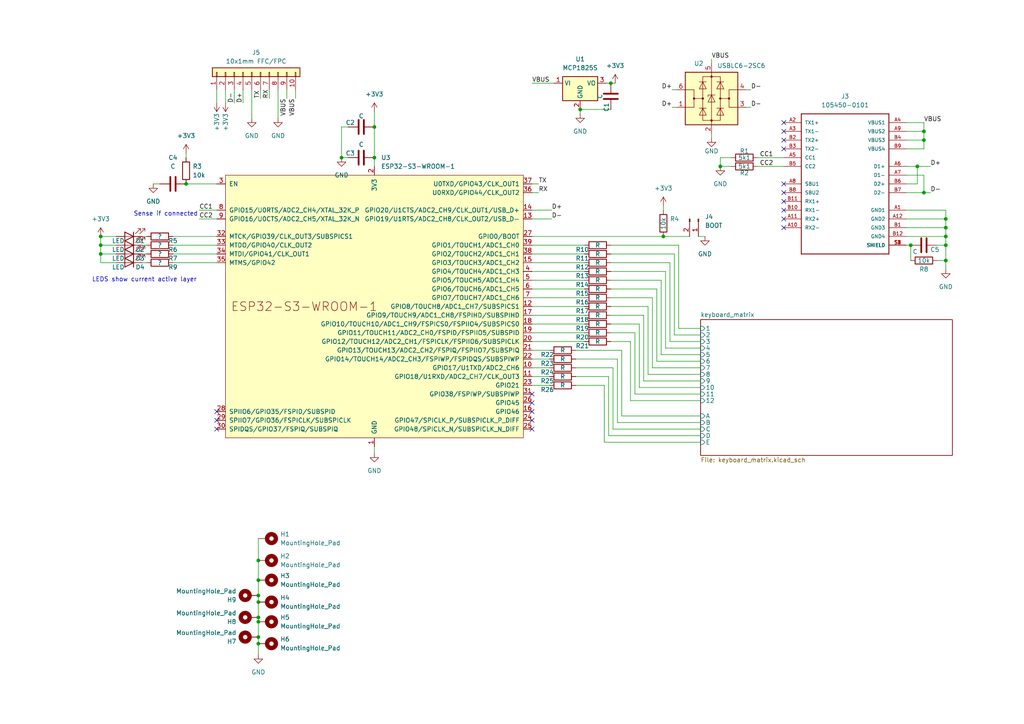
<source format=kicad_sch>
(kicad_sch (version 20230121) (generator eeschema)
  (paper "A4")
  (title_block (title "00Keyboard") (date "2023-07-04") (rev "0.1") (company "MAYER MAKES e.U.") (comment 1 "Author. Clem Mayer") (comment 2 "element14presents 2023") (comment 3 "CC-BY-SA 2023"))
  (lib_symbols
    (symbol "105450-0101:105450-0101" (pin_names (offset 1.016))
      (property "Reference" "J" (at -12.7254 20.8534 0))
      (property "Value" "105450-0101" (at -12.7254 -22.9108 0))
      (symbol "105450-0101_0_0"
        (polyline (pts (xy -12.7 -20.32) (xy -12.7 20.32)) (stroke (width 0.254)))
        (polyline (pts (xy -12.7 20.32) (xy 12.7 20.32)) (stroke (width 0.254)))
        (polyline (pts (xy 12.7 -20.32) (xy -12.7 -20.32)) (stroke (width 0.254)))
        (polyline (pts (xy 12.7 20.32) (xy 12.7 -20.32)) (stroke (width 0.254)))
        (pin passive line (at 17.78 -7.62 180) (length 5.08) (name "GND1") (number "A1"))
        (pin passive line (at -17.78 -12.7 0) (length 5.08) (name "RX2-") (number "A10"))
        (pin passive line (at -17.78 -10.16 0) (length 5.08) (name "RX2+") (number "A11"))
        (pin passive line (at 17.78 -10.16 180) (length 5.08) (name "GND2") (number "A12"))
        (pin passive line (at -17.78 17.78 0) (length 5.08) (name "TX1+") (number "A2"))
        (pin passive line (at -17.78 15.24 0) (length 5.08) (name "TX1-") (number "A3"))
        (pin passive line (at 17.78 17.78 180) (length 5.08) (name "VBUS1") (number "A4"))
        (pin passive line (at -17.78 7.62 0) (length 5.08) (name "CC1") (number "A5"))
        (pin passive line (at 17.78 5.08 180) (length 5.08) (name "D1+") (number "A6"))
        (pin passive line (at 17.78 2.54 180) (length 5.08) (name "D1-") (number "A7"))
        (pin passive line (at -17.78 0 0) (length 5.08) (name "SBU1") (number "A8"))
        (pin passive line (at 17.78 15.24 180) (length 5.08) (name "VBUS2") (number "A9"))
        (pin passive line (at 17.78 -12.7 180) (length 5.08) (name "GND3") (number "B1"))
        (pin passive line (at -17.78 -7.62 0) (length 5.08) (name "RX1-") (number "B10"))
        (pin passive line (at -17.78 -5.08 0) (length 5.08) (name "RX1+") (number "B11"))
        (pin passive line (at 17.78 -15.24 180) (length 5.08) (name "GND4") (number "B12"))
        (pin passive line (at -17.78 12.7 0) (length 5.08) (name "TX2+") (number "B2"))
        (pin passive line (at -17.78 10.16 0) (length 5.08) (name "TX2-") (number "B3"))
        (pin passive line (at 17.78 12.7 180) (length 5.08) (name "VBUS3") (number "B4"))
        (pin passive line (at -17.78 5.08 0) (length 5.08) (name "CC2") (number "B5"))
        (pin passive line (at 17.78 0 180) (length 5.08) (name "D2+") (number "B6"))
        (pin passive line (at 17.78 -2.54 180) (length 5.08) (name "D2-") (number "B7"))
        (pin passive line (at -17.78 -2.54 0) (length 5.08) (name "SBU2") (number "B8"))
        (pin passive line (at 17.78 10.16 180) (length 5.08) (name "VBUS4") (number "B9"))
        (pin passive line (at 17.78 -17.78 180) (length 5.08) (name "SHIELD") (number "S1"))
        (pin passive line (at 17.78 -17.78 180) (length 5.08) (name "SHIELD") (number "S2"))
        (pin passive line (at 17.78 -17.78 180) (length 5.08) (name "SHIELD") (number "S3"))
        (pin passive line (at 17.78 -17.78 180) (length 5.08) (name "SHIELD") (number "S4"))
      )
    )
    (symbol "Connector:Conn_01x02_Pin" (pin_names (offset 1.016) hide)
      (property "Reference" "J" (at 0 2.54 0))
      (property "Value" "Conn_01x02_Pin" (at 0 -5.08 0))
      (symbol "Conn_01x02_Pin_1_1"
        (polyline (pts (xy 1.27 -2.54) (xy 0.8636 -2.54)) (stroke (width 0.1524)))
        (polyline (pts (xy 1.27 0) (xy 0.8636 0)) (stroke (width 0.1524)))
        (rectangle (start 0.8636 -2.413) (end 0 -2.667) (stroke (width 0.1524)) (fill (type outline)))
        (rectangle (start 0.8636 0.127) (end 0 -0.127) (stroke (width 0.1524)) (fill (type outline)))
        (pin passive line (at 5.08 0 180) (length 3.81) (name "Pin_1") (number "1"))
        (pin passive line (at 5.08 -2.54 180) (length 3.81) (name "Pin_2") (number "2"))
      )
    )
    (symbol "Connector_Generic:Conn_01x10" (pin_names (offset 1.016) hide)
      (property "Reference" "J" (at 0 12.7 0))
      (property "Value" "Conn_01x10" (at 0 -15.24 0))
      (symbol "Conn_01x10_1_1"
        (rectangle (start -1.27 -12.573) (end 0 -12.827) (stroke (width 0.1524)))
        (rectangle (start -1.27 -10.033) (end 0 -10.287) (stroke (width 0.1524)))
        (rectangle (start -1.27 -7.493) (end 0 -7.747) (stroke (width 0.1524)))
        (rectangle (start -1.27 -4.953) (end 0 -5.207) (stroke (width 0.1524)))
        (rectangle (start -1.27 -2.413) (end 0 -2.667) (stroke (width 0.1524)))
        (rectangle (start -1.27 0.127) (end 0 -0.127) (stroke (width 0.1524)))
        (rectangle (start -1.27 2.667) (end 0 2.413) (stroke (width 0.1524)))
        (rectangle (start -1.27 5.207) (end 0 4.953) (stroke (width 0.1524)))
        (rectangle (start -1.27 7.747) (end 0 7.493) (stroke (width 0.1524)))
        (rectangle (start -1.27 10.287) (end 0 10.033) (stroke (width 0.1524)))
        (rectangle (start -1.27 11.43) (end 1.27 -13.97) (stroke (width 0.254)) (fill (type background)))
        (pin passive line (at -5.08 10.16 0) (length 3.81) (name "Pin_1") (number "1"))
        (pin passive line (at -5.08 -12.7 0) (length 3.81) (name "Pin_10") (number "10"))
        (pin passive line (at -5.08 7.62 0) (length 3.81) (name "Pin_2") (number "2"))
        (pin passive line (at -5.08 5.08 0) (length 3.81) (name "Pin_3") (number "3"))
        (pin passive line (at -5.08 2.54 0) (length 3.81) (name "Pin_4") (number "4"))
        (pin passive line (at -5.08 0 0) (length 3.81) (name "Pin_5") (number "5"))
        (pin passive line (at -5.08 -2.54 0) (length 3.81) (name "Pin_6") (number "6"))
        (pin passive line (at -5.08 -5.08 0) (length 3.81) (name "Pin_7") (number "7"))
        (pin passive line (at -5.08 -7.62 0) (length 3.81) (name "Pin_8") (number "8"))
        (pin passive line (at -5.08 -10.16 0) (length 3.81) (name "Pin_9") (number "9"))
      )
    )
    (symbol "Device:C" (pin_numbers hide) (pin_names (offset 0.254))
      (property "Reference" "C" (at 0.635 2.54 0))
      (property "Value" "C" (at 0.635 -2.54 0))
      (symbol "C_0_1"
        (polyline (pts (xy -2.032 -0.762) (xy 2.032 -0.762)) (stroke (width 0.508)))
        (polyline (pts (xy -2.032 0.762) (xy 2.032 0.762)) (stroke (width 0.508)))
      )
      (symbol "C_1_1"
        (pin passive line (at 0 3.81 270) (length 2.794) (name "~") (number "1"))
        (pin passive line (at 0 -3.81 90) (length 2.794) (name "~") (number "2"))
      )
    )
    (symbol "Device:LED" (pin_numbers hide) (pin_names (offset 1.016) hide)
      (property "Reference" "D" (at 0 2.54 0))
      (property "Value" "LED" (at 0 -2.54 0))
      (symbol "LED_0_1"
        (polyline (pts (xy -1.27 -1.27) (xy -1.27 1.27)) (stroke (width 0.254)))
        (polyline (pts (xy -1.27 0) (xy 1.27 0)))
        (polyline (pts (xy 1.27 -1.27) (xy 1.27 1.27) (xy -1.27 0) (xy 1.27 -1.27)) (stroke (width 0.254)))
        (polyline (pts (xy -3.048 -0.762) (xy -4.572 -2.286) (xy -3.81 -2.286) (xy -4.572 -2.286) (xy -4.572 -1.524)))
        (polyline (pts (xy -1.778 -0.762) (xy -3.302 -2.286) (xy -2.54 -2.286) (xy -3.302 -2.286) (xy -3.302 -1.524)))
      )
      (symbol "LED_1_1"
        (pin passive line (at -3.81 0 0) (length 2.54) (name "K") (number "1"))
        (pin passive line (at 3.81 0 180) (length 2.54) (name "A") (number "2"))
      )
    )
    (symbol "Device:R" (pin_numbers hide) (pin_names (offset 0))
      (property "Reference" "R" (at 2.032 0 90))
      (property "Value" "R" (at 0 0 90))
      (symbol "R_0_1"
        (rectangle (start -1.016 -2.54) (end 1.016 2.54) (stroke (width 0.254)))
      )
      (symbol "R_1_1"
        (pin passive line (at 0 3.81 270) (length 1.27) (name "~") (number "1"))
        (pin passive line (at 0 -3.81 90) (length 1.27) (name "~") (number "2"))
      )
    )
    (symbol "Espressif:ESP32-S3-WROOM-1" (pin_names (offset 1.016))
      (property "Reference" "U" (at -43.18 43.18 0))
      (property "Value" "ESP32-S3-WROOM-1" (at -43.18 40.64 0))
      (symbol "ESP32-S3-WROOM-1_0_0"
        (text "ESP32-S3-WROOM-1" (at -20.32 0 0) (effects (font (size 2.54 2.54))))
        (pin power_in line (at 0 -40.64 90) (length 2.54) (name "GND") (number "1"))
        (pin bidirectional line (at 45.72 -17.78 180) (length 2.54) (name "GPIO17/U1TXD/ADC2_CH6") (number "10"))
        (pin bidirectional line (at 45.72 -20.32 180) (length 2.54) (name "GPIO18/U1RXD/ADC2_CH7/CLK_OUT3") (number "11"))
        (pin bidirectional line (at 45.72 0 180) (length 2.54) (name "GPIO8/TOUCH8/ADC1_CH7/SUBSPICS1") (number "12"))
        (pin bidirectional line (at 45.72 25.4 180) (length 2.54) (name "GPIO19/U1RTS/ADC2_CH8/CLK_OUT2/USB_D-") (number "13"))
        (pin bidirectional line (at 45.72 27.94 180) (length 2.54) (name "GPIO20/U1CTS/ADC2_CH9/CLK_OUT1/USB_D+") (number "14"))
        (pin bidirectional line (at 45.72 12.7 180) (length 2.54) (name "GPIO3/TOUCH3/ADC1_CH2") (number "15"))
        (pin bidirectional line (at 45.72 -30.48 180) (length 2.54) (name "GPIO46") (number "16"))
        (pin bidirectional line (at 45.72 -2.54 180) (length 2.54) (name "GPIO9/TOUCH9/ADC1_CH8/FSPIHD/SUBSPIHD") (number "17"))
        (pin bidirectional line (at 45.72 -5.08 180) (length 2.54) (name "GPIO10/TOUCH10/ADC1_CH9/FSPICS0/FSPIIO4/SUBSPICS0") (number "18"))
        (pin bidirectional line (at 45.72 -7.62 180) (length 2.54) (name "GPIO11/TOUCH11/ADC2_CH0/FSPID/FSPIIO5/SUBSPID") (number "19"))
        (pin power_in line (at 0 40.64 270) (length 2.54) (name "3V3") (number "2"))
        (pin bidirectional line (at 45.72 -10.16 180) (length 2.54) (name "GPIO12/TOUCH12/ADC2_CH1/FSPICLK/FSPIIO6/SUBSPICLK") (number "20"))
        (pin bidirectional line (at 45.72 -12.7 180) (length 2.54) (name "GPIO13/TOUCH13/ADC2_CH2/FSPIQ/FSPIIO7/SUBSPIQ") (number "21"))
        (pin bidirectional line (at 45.72 -15.24 180) (length 2.54) (name "GPIO14/TOUCH14/ADC2_CH3/FSPIWP/FSPIDQS/SUBSPIWP") (number "22"))
        (pin bidirectional line (at 45.72 -22.86 180) (length 2.54) (name "GPIO21") (number "23"))
        (pin bidirectional line (at 45.72 -33.02 180) (length 2.54) (name "GPIO47/SPICLK_P/SUBSPICLK_P_DIFF") (number "24"))
        (pin bidirectional line (at 45.72 -35.56 180) (length 2.54) (name "GPIO48/SPICLK_N/SUBSPICLK_N_DIFF") (number "25"))
        (pin bidirectional line (at 45.72 -27.94 180) (length 2.54) (name "GPIO45") (number "26"))
        (pin bidirectional line (at 45.72 20.32 180) (length 2.54) (name "GPIO0/BOOT") (number "27"))
        (pin bidirectional line (at -45.72 -30.48 0) (length 2.54) (name "SPIIO6/GPIO35/FSPID/SUBSPID") (number "28"))
        (pin bidirectional line (at -45.72 -33.02 0) (length 2.54) (name "SPIIO7/GPIO36/FSPICLK/SUBSPICLK") (number "29"))
        (pin input line (at -45.72 35.56 0) (length 2.54) (name "EN") (number "3"))
        (pin bidirectional line (at -45.72 -35.56 0) (length 2.54) (name "SPIDQS/GPIO37/FSPIQ/SUBSPIQ") (number "30"))
        (pin bidirectional line (at 45.72 -25.4 180) (length 2.54) (name "GPIO38/FSPIWP/SUBSPIWP") (number "31"))
        (pin bidirectional line (at -45.72 20.32 0) (length 2.54) (name "MTCK/GPIO39/CLK_OUT3/SUBSPICS1") (number "32"))
        (pin bidirectional line (at -45.72 17.78 0) (length 2.54) (name "MTDO/GPIO40/CLK_OUT2") (number "33"))
        (pin bidirectional line (at -45.72 15.24 0) (length 2.54) (name "MTDI/GPIO41/CLK_OUT1") (number "34"))
        (pin bidirectional line (at -45.72 12.7 0) (length 2.54) (name "MTMS/GPIO42") (number "35"))
        (pin bidirectional line (at 45.72 33.02 180) (length 2.54) (name "U0RXD/GPIO44/CLK_OUT2") (number "36"))
        (pin bidirectional line (at 45.72 35.56 180) (length 2.54) (name "U0TXD/GPIO43/CLK_OUT1") (number "37"))
        (pin bidirectional line (at 45.72 15.24 180) (length 2.54) (name "GPIO2/TOUCH2/ADC1_CH1") (number "38"))
        (pin bidirectional line (at 45.72 17.78 180) (length 2.54) (name "GPIO1/TOUCH1/ADC1_CH0") (number "39"))
        (pin bidirectional line (at 45.72 10.16 180) (length 2.54) (name "GPIO4/TOUCH4/ADC1_CH3") (number "4"))
        (pin passive line (at 0 -40.64 90) (length 2.54) hide (name "GND") (number "40"))
        (pin passive line (at 0 -40.64 90) (length 2.54) hide (name "GND") (number "41"))
        (pin bidirectional line (at 45.72 7.62 180) (length 2.54) (name "GPIO5/TOUCH5/ADC1_CH4") (number "5"))
        (pin bidirectional line (at 45.72 5.08 180) (length 2.54) (name "GPIO6/TOUCH6/ADC1_CH5") (number "6"))
        (pin bidirectional line (at 45.72 2.54 180) (length 2.54) (name "GPIO7/TOUCH7/ADC1_CH6") (number "7"))
        (pin bidirectional line (at -45.72 27.94 0) (length 2.54) (name "GPIO15/U0RTS/ADC2_CH4/XTAL_32K_P") (number "8"))
        (pin bidirectional line (at -45.72 25.4 0) (length 2.54) (name "GPIO16/U0CTS/ADC2_CH5/XTAL_32K_N") (number "9"))
      )
      (symbol "ESP32-S3-WROOM-1_0_1"
        (rectangle (start -43.18 38.1) (end 43.18 -38.1) (fill (type background)))
      )
    )
    (symbol "GND_1" (power) (pin_names (offset 0))
      (property "Value" "GND_1" (at 0 -3.81 0))
      (symbol "GND_1_0_1"
        (polyline (pts (xy 0 0) (xy 0 -1.27) (xy 1.27 -1.27) (xy 0 -2.54) (xy -1.27 -1.27) (xy 0 -1.27)))
      )
      (symbol "GND_1_1_1"
        (pin power_in line (at 0 0 270) (length 0) hide (name "GND") (number "1"))
      )
    )
    (symbol "Mechanical:MountingHole_Pad" (pin_numbers hide) (pin_names (offset 1.016) hide)
      (property "Reference" "H" (at 0 6.35 0))
      (property "Value" "MountingHole_Pad" (at 0 4.445 0))
      (symbol "MountingHole_Pad_0_1"
        (circle (center 0 1.27) (radius 1.27) (stroke (width 1.27)))
      )
      (symbol "MountingHole_Pad_1_1"
        (pin input line (at 0 -2.54 90) (length 2.54) (name "1") (number "1"))
      )
    )
    (symbol "Power_Protection:USBLC6-2SC6" (pin_names hide)
      (property "Reference" "U" (at 2.54 8.89 0))
      (property "Value" "USBLC6-2SC6" (at 2.54 -8.89 0))
      (symbol "USBLC6-2SC6_0_1"
        (rectangle (start -7.62 -7.62) (end 7.62 7.62) (stroke (width 0.254)) (fill (type background)))
        (circle (center -5.08 0) (radius 0.254) (fill (type outline)))
        (circle (center -2.54 0) (radius 0.254) (fill (type outline)))
        (rectangle (start -2.54 6.35) (end 2.54 -6.35))
        (circle (center 0 -6.35) (radius 0.254) (fill (type outline)))
        (polyline (pts (xy -5.08 -2.54) (xy -7.62 -2.54)))
        (polyline (pts (xy -5.08 0) (xy -5.08 -2.54)))
        (polyline (pts (xy -5.08 2.54) (xy -7.62 2.54)))
        (polyline (pts (xy -1.524 -2.794) (xy -3.556 -2.794)))
        (polyline (pts (xy -1.524 4.826) (xy -3.556 4.826)))
        (polyline (pts (xy 0 -7.62) (xy 0 -6.35)))
        (polyline (pts (xy 0 -6.35) (xy 0 1.27)))
        (polyline (pts (xy 0 1.27) (xy 0 6.35)))
        (polyline (pts (xy 0 6.35) (xy 0 7.62)))
        (polyline (pts (xy 1.524 -2.794) (xy 3.556 -2.794)))
        (polyline (pts (xy 1.524 4.826) (xy 3.556 4.826)))
        (polyline (pts (xy 5.08 -2.54) (xy 7.62 -2.54)))
        (polyline (pts (xy 5.08 0) (xy 5.08 -2.54)))
        (polyline (pts (xy 5.08 2.54) (xy 7.62 2.54)))
        (polyline (pts (xy -2.54 0) (xy -5.08 0) (xy -5.08 2.54)))
        (polyline (pts (xy 2.54 0) (xy 5.08 0) (xy 5.08 2.54)))
        (polyline (pts (xy -3.556 -4.826) (xy -1.524 -4.826) (xy -2.54 -2.794) (xy -3.556 -4.826)))
        (polyline (pts (xy -3.556 2.794) (xy -1.524 2.794) (xy -2.54 4.826) (xy -3.556 2.794)))
        (polyline (pts (xy -1.016 -1.016) (xy 1.016 -1.016) (xy 0 1.016) (xy -1.016 -1.016)))
        (polyline (pts (xy 1.016 1.016) (xy 0.762 1.016) (xy -1.016 1.016) (xy -1.016 0.508)))
        (polyline (pts (xy 3.556 -4.826) (xy 1.524 -4.826) (xy 2.54 -2.794) (xy 3.556 -4.826)))
        (polyline (pts (xy 3.556 2.794) (xy 1.524 2.794) (xy 2.54 4.826) (xy 3.556 2.794)))
        (circle (center 0 6.35) (radius 0.254) (fill (type outline)))
        (circle (center 2.54 0) (radius 0.254) (fill (type outline)))
        (circle (center 5.08 0) (radius 0.254) (fill (type outline)))
      )
      (symbol "USBLC6-2SC6_1_1"
        (pin passive line (at -10.16 -2.54 0) (length 2.54) (name "I/O1") (number "1"))
        (pin passive line (at 0 -10.16 90) (length 2.54) (name "GND") (number "2"))
        (pin passive line (at 10.16 -2.54 180) (length 2.54) (name "I/O2") (number "3"))
        (pin passive line (at 10.16 2.54 180) (length 2.54) (name "I/O2") (number "4"))
        (pin passive line (at 0 10.16 270) (length 2.54) (name "VBUS") (number "5"))
        (pin passive line (at -10.16 2.54 0) (length 2.54) (name "I/O1") (number "6"))
      )
    )
    (symbol "Regulator_Linear:MCP1825S"
      (property "Reference" "U" (at -3.81 3.175 0))
      (property "Value" "MCP1825S" (at 0 3.175 0))
      (symbol "MCP1825S_0_1"
        (rectangle (start -5.08 1.905) (end 5.08 -5.08) (stroke (width 0.254)) (fill (type background)))
      )
      (symbol "MCP1825S_1_1"
        (pin power_in line (at -7.62 0 0) (length 2.54) (name "VI") (number "1"))
        (pin power_in line (at 0 -7.62 90) (length 2.54) (name "GND") (number "2"))
        (pin power_out line (at 7.62 0 180) (length 2.54) (name "VO") (number "3"))
      )
    )
    (symbol "arvsom:GND" (power) (pin_names (offset 0))
      (property "Value" "GND" (at 0 -3.81 0))
      (symbol "GND_0_1"
        (polyline (pts (xy 0 0) (xy 0 -1.27) (xy 1.27 -1.27) (xy 0 -2.54) (xy -1.27 -1.27) (xy 0 -1.27)))
      )
      (symbol "GND_1_1"
        (pin power_in line (at 0 0 270) (length 0) hide (name "GND") (number "1"))
      )
    )
    (symbol "power:+3V3" (power) (pin_names (offset 0))
      (property "Value" "+3V3" (at 0 3.556 0))
      (symbol "+3V3_0_1"
        (polyline (pts (xy -0.762 1.27) (xy 0 2.54)))
        (polyline (pts (xy 0 0) (xy 0 2.54)))
        (polyline (pts (xy 0 2.54) (xy 0.762 1.27)))
      )
      (symbol "+3V3_1_1"
        (pin power_in line (at 0 0 90) (length 0) hide (name "+3V3") (number "1"))
      )
    )
  )
  (junction (at 267.97 55.88))
  (junction (at 177.165 24.13))
  (junction (at 208.915 48.26))
  (junction (at 29.21 73.66))
  (junction (at 29.21 71.12))
  (junction (at 108.585 45.72))
  (junction (at 266.065 48.26))
  (junction (at 74.93 179.07))
  (junction (at 74.93 168.275))
  (junction (at 192.405 68.58))
  (junction (at 274.32 63.5))
  (junction (at 74.93 180.34))
  (junction (at 29.21 68.58))
  (junction (at 267.97 40.64))
  (junction (at 74.93 172.72))
  (junction (at 74.93 162.56))
  (junction (at 168.275 31.75))
  (junction (at 274.32 75.565))
  (junction (at 74.93 174.625))
  (junction (at 108.585 36.83))
  (junction (at 274.32 71.12))
  (junction (at 274.32 68.58))
  (junction (at 74.93 186.69))
  (junction (at 264.16 71.12))
  (junction (at 74.93 184.785))
  (junction (at 274.32 66.04))
  (junction (at 53.975 53.34))
  (junction (at 267.97 38.1))
  (junction (at 99.06 45.72))
  (no_connect (at 154.305 124.46))
  (no_connect (at 154.305 114.3))
  (no_connect (at 62.865 119.38))
  (no_connect (at 227.33 53.34))
  (no_connect (at 227.33 40.64))
  (no_connect (at 62.865 124.46))
  (no_connect (at 227.33 55.88))
  (no_connect (at 227.33 43.18))
  (no_connect (at 62.865 121.92))
  (no_connect (at 227.33 63.5))
  (no_connect (at 227.33 60.96))
  (no_connect (at 227.33 35.56))
  (no_connect (at 227.33 66.04))
  (no_connect (at 154.305 121.92))
  (no_connect (at 227.33 38.1))
  (no_connect (at 154.305 116.84))
  (no_connect (at 227.33 58.42))
  (no_connect (at 154.305 119.38))
  (wire (pts (xy 194.31 76.2) (xy 194.31 99.06)))
  (wire (pts (xy 83.185 26.035) (xy 83.185 28.575)))
  (wire (pts (xy 154.305 106.68) (xy 159.385 106.68)))
  (wire (pts (xy 74.93 156.21) (xy 74.93 162.56)))
  (wire (pts (xy 189.23 106.68) (xy 189.23 86.36)))
  (wire (pts (xy 154.305 68.58) (xy 192.405 68.58)))
  (wire (pts (xy 264.16 71.12) (xy 264.16 75.565)))
  (wire (pts (xy 44.45 53.34) (xy 46.355 53.34)))
  (wire (pts (xy 267.97 40.64) (xy 267.97 43.18)))
  (wire (pts (xy 29.21 71.12) (xy 33.655 71.12)))
  (wire (pts (xy 193.04 100.965) (xy 193.04 78.74)))
  (wire (pts (xy 169.545 96.52) (xy 154.305 96.52)))
  (wire (pts (xy 274.32 63.5) (xy 274.32 66.04)))
  (wire (pts (xy 154.305 24.13) (xy 160.655 24.13)))
  (wire (pts (xy 169.545 86.36) (xy 154.305 86.36)))
  (wire (pts (xy 262.89 63.5) (xy 274.32 63.5)))
  (wire (pts (xy 262.89 40.64) (xy 267.97 40.64)))
  (wire (pts (xy 177.165 83.82) (xy 190.5 83.82)))
  (wire (pts (xy 191.77 102.87) (xy 191.77 81.28)))
  (wire (pts (xy 191.77 81.28) (xy 177.165 81.28)))
  (wire (pts (xy 274.32 60.96) (xy 274.32 63.5)))
  (wire (pts (xy 167.005 101.6) (xy 180.34 101.6)))
  (wire (pts (xy 41.275 68.58) (xy 42.545 68.58)))
  (wire (pts (xy 175.26 111.76) (xy 175.26 128.27)))
  (wire (pts (xy 29.21 68.58) (xy 33.655 68.58)))
  (wire (pts (xy 99.06 36.83) (xy 100.965 36.83)))
  (wire (pts (xy 185.42 112.395) (xy 203.2 112.395)))
  (wire (pts (xy 266.065 53.34) (xy 266.065 48.26)))
  (wire (pts (xy 203.2 114.3) (xy 184.15 114.3)))
  (wire (pts (xy 53.975 53.34) (xy 62.865 53.34)))
  (wire (pts (xy 154.305 104.14) (xy 159.385 104.14)))
  (wire (pts (xy 262.89 38.1) (xy 267.97 38.1)))
  (wire (pts (xy 212.09 45.72) (xy 208.915 45.72)))
  (wire (pts (xy 108.585 32.385) (xy 108.585 36.83)))
  (wire (pts (xy 85.725 26.035) (xy 85.725 28.575)))
  (wire (pts (xy 74.93 184.785) (xy 74.93 186.69)))
  (wire (pts (xy 168.275 31.75) (xy 177.165 31.75)))
  (wire (pts (xy 154.305 55.88) (xy 156.21 55.88)))
  (wire (pts (xy 271.78 75.565) (xy 274.32 75.565)))
  (wire (pts (xy 202.565 68.58) (xy 204.47 68.58)))
  (wire (pts (xy 169.545 81.28) (xy 154.305 81.28)))
  (wire (pts (xy 74.93 168.275) (xy 74.93 172.72)))
  (wire (pts (xy 267.97 38.1) (xy 267.97 40.64)))
  (wire (pts (xy 74.93 162.56) (xy 74.93 168.275)))
  (wire (pts (xy 99.06 45.72) (xy 100.965 45.72)))
  (wire (pts (xy 266.065 48.26) (xy 269.875 48.26)))
  (wire (pts (xy 177.165 93.98) (xy 185.42 93.98)))
  (wire (pts (xy 74.93 186.69) (xy 74.93 189.865)))
  (wire (pts (xy 206.375 17.145) (xy 206.375 18.415)))
  (wire (pts (xy 29.21 73.66) (xy 33.655 73.66)))
  (wire (pts (xy 180.34 101.6) (xy 180.34 120.65)))
  (wire (pts (xy 57.785 63.5) (xy 62.865 63.5)))
  (wire (pts (xy 185.42 93.98) (xy 185.42 112.395)))
  (wire (pts (xy 177.165 71.12) (xy 196.85 71.12)))
  (wire (pts (xy 177.165 24.13) (xy 178.435 24.13)))
  (wire (pts (xy 167.005 106.68) (xy 177.8 106.68)))
  (wire (pts (xy 190.5 104.775) (xy 203.2 104.775)))
  (wire (pts (xy 262.89 53.34) (xy 266.065 53.34)))
  (wire (pts (xy 180.34 120.65) (xy 203.2 120.65)))
  (wire (pts (xy 74.93 180.34) (xy 74.93 184.785)))
  (wire (pts (xy 41.275 71.12) (xy 42.545 71.12)))
  (wire (pts (xy 179.07 122.555) (xy 203.2 122.555)))
  (wire (pts (xy 177.165 76.2) (xy 194.31 76.2)))
  (wire (pts (xy 74.93 172.72) (xy 74.93 174.625)))
  (wire (pts (xy 274.32 68.58) (xy 274.32 71.12)))
  (wire (pts (xy 219.71 48.26) (xy 227.33 48.26)))
  (wire (pts (xy 267.97 38.1) (xy 267.97 35.56)))
  (wire (pts (xy 154.305 101.6) (xy 159.385 101.6)))
  (wire (pts (xy 154.305 71.12) (xy 169.545 71.12)))
  (wire (pts (xy 169.545 73.66) (xy 154.305 73.66)))
  (wire (pts (xy 108.585 129.54) (xy 108.585 131.445)))
  (wire (pts (xy 186.69 91.44) (xy 186.69 110.49)))
  (wire (pts (xy 154.305 93.98) (xy 169.545 93.98)))
  (wire (pts (xy 176.53 109.22) (xy 176.53 126.365)))
  (wire (pts (xy 50.165 68.58) (xy 62.865 68.58)))
  (wire (pts (xy 193.04 78.74) (xy 177.165 78.74)))
  (wire (pts (xy 208.915 45.72) (xy 208.915 48.26)))
  (wire (pts (xy 62.865 26.035) (xy 62.865 29.845)))
  (wire (pts (xy 195.58 73.66) (xy 177.165 73.66)))
  (wire (pts (xy 262.89 48.26) (xy 266.065 48.26)))
  (wire (pts (xy 154.305 111.76) (xy 159.385 111.76)))
  (wire (pts (xy 262.89 43.18) (xy 267.97 43.18)))
  (wire (pts (xy 194.945 26.035) (xy 196.215 26.035)))
  (wire (pts (xy 154.305 53.34) (xy 156.21 53.34)))
  (wire (pts (xy 73.025 26.035) (xy 73.025 34.29)))
  (wire (pts (xy 154.305 91.44) (xy 169.545 91.44)))
  (wire (pts (xy 169.545 88.9) (xy 154.305 88.9)))
  (wire (pts (xy 74.93 174.625) (xy 74.93 179.07)))
  (wire (pts (xy 168.275 31.75) (xy 168.275 33.02)))
  (wire (pts (xy 29.21 71.12) (xy 29.21 73.66)))
  (wire (pts (xy 177.8 106.68) (xy 177.8 124.46)))
  (wire (pts (xy 271.78 71.12) (xy 274.32 71.12)))
  (wire (pts (xy 41.275 73.66) (xy 42.545 73.66)))
  (wire (pts (xy 29.21 76.2) (xy 33.655 76.2)))
  (wire (pts (xy 196.85 71.12) (xy 196.85 95.25)))
  (wire (pts (xy 262.89 35.56) (xy 267.97 35.56)))
  (wire (pts (xy 195.58 97.155) (xy 195.58 73.66)))
  (wire (pts (xy 67.945 26.035) (xy 67.945 29.845)))
  (wire (pts (xy 192.405 68.58) (xy 200.025 68.58)))
  (wire (pts (xy 182.88 99.06) (xy 182.88 116.205)))
  (wire (pts (xy 29.21 68.58) (xy 29.21 71.12)))
  (wire (pts (xy 167.005 109.22) (xy 176.53 109.22)))
  (wire (pts (xy 219.71 45.72) (xy 227.33 45.72)))
  (wire (pts (xy 274.32 71.12) (xy 274.32 75.565)))
  (wire (pts (xy 176.53 126.365) (xy 203.2 126.365)))
  (wire (pts (xy 187.96 88.9) (xy 177.165 88.9)))
  (wire (pts (xy 216.535 26.035) (xy 217.805 26.035)))
  (wire (pts (xy 203.2 100.965) (xy 193.04 100.965)))
  (wire (pts (xy 208.915 48.26) (xy 212.09 48.26)))
  (wire (pts (xy 167.005 111.76) (xy 175.26 111.76)))
  (wire (pts (xy 57.785 60.96) (xy 62.865 60.96)))
  (wire (pts (xy 169.545 78.74) (xy 154.305 78.74)))
  (wire (pts (xy 194.945 31.115) (xy 196.215 31.115)))
  (wire (pts (xy 203.2 106.68) (xy 189.23 106.68)))
  (wire (pts (xy 154.305 60.96) (xy 160.02 60.96)))
  (wire (pts (xy 154.305 83.82) (xy 169.545 83.82)))
  (wire (pts (xy 50.165 76.2) (xy 62.865 76.2)))
  (wire (pts (xy 80.645 26.035) (xy 80.645 34.29)))
  (wire (pts (xy 184.15 96.52) (xy 177.165 96.52)))
  (wire (pts (xy 203.2 97.155) (xy 195.58 97.155)))
  (wire (pts (xy 186.69 110.49) (xy 203.2 110.49)))
  (wire (pts (xy 70.485 26.035) (xy 70.485 29.845)))
  (wire (pts (xy 177.165 91.44) (xy 186.69 91.44)))
  (wire (pts (xy 203.2 102.87) (xy 191.77 102.87)))
  (wire (pts (xy 74.93 179.07) (xy 74.93 180.34)))
  (wire (pts (xy 187.96 108.585) (xy 187.96 88.9)))
  (wire (pts (xy 154.305 76.2) (xy 169.545 76.2)))
  (wire (pts (xy 179.07 104.14) (xy 179.07 122.555)))
  (wire (pts (xy 192.405 59.69) (xy 192.405 60.96)))
  (wire (pts (xy 175.895 24.13) (xy 177.165 24.13)))
  (wire (pts (xy 203.2 108.585) (xy 187.96 108.585)))
  (wire (pts (xy 262.89 55.88) (xy 267.97 55.88)))
  (wire (pts (xy 75.565 26.035) (xy 75.565 28.575)))
  (wire (pts (xy 29.21 73.66) (xy 29.21 76.2)))
  (wire (pts (xy 99.06 36.83) (xy 99.06 45.72)))
  (wire (pts (xy 216.535 31.115) (xy 217.805 31.115)))
  (wire (pts (xy 262.89 71.12) (xy 264.16 71.12)))
  (wire (pts (xy 267.97 55.88) (xy 269.875 55.88)))
  (wire (pts (xy 262.89 50.8) (xy 267.97 50.8)))
  (wire (pts (xy 274.32 75.565) (xy 274.32 78.105)))
  (wire (pts (xy 177.165 99.06) (xy 182.88 99.06)))
  (wire (pts (xy 194.31 99.06) (xy 203.2 99.06)))
  (wire (pts (xy 274.32 66.04) (xy 274.32 68.58)))
  (wire (pts (xy 78.105 26.035) (xy 78.105 28.575)))
  (wire (pts (xy 154.305 99.06) (xy 169.545 99.06)))
  (wire (pts (xy 41.275 76.2) (xy 42.545 76.2)))
  (wire (pts (xy 154.305 63.5) (xy 160.02 63.5)))
  (wire (pts (xy 53.975 44.45) (xy 53.975 45.72)))
  (wire (pts (xy 182.88 116.205) (xy 203.2 116.205)))
  (wire (pts (xy 262.89 60.96) (xy 274.32 60.96)))
  (wire (pts (xy 184.15 114.3) (xy 184.15 96.52)))
  (wire (pts (xy 206.375 38.735) (xy 206.375 40.005)))
  (wire (pts (xy 108.585 36.83) (xy 108.585 45.72)))
  (wire (pts (xy 167.005 104.14) (xy 179.07 104.14)))
  (wire (pts (xy 108.585 45.72) (xy 108.585 48.26)))
  (wire (pts (xy 50.165 71.12) (xy 62.865 71.12)))
  (wire (pts (xy 154.305 109.22) (xy 159.385 109.22)))
  (wire (pts (xy 262.89 66.04) (xy 274.32 66.04)))
  (wire (pts (xy 189.23 86.36) (xy 177.165 86.36)))
  (wire (pts (xy 262.89 68.58) (xy 274.32 68.58)))
  (wire (pts (xy 50.165 73.66) (xy 62.865 73.66)))
  (wire (pts (xy 196.85 95.25) (xy 203.2 95.25)))
  (wire (pts (xy 177.8 124.46) (xy 203.2 124.46)))
  (wire (pts (xy 190.5 83.82) (xy 190.5 104.775)))
  (wire (pts (xy 175.26 128.27) (xy 203.2 128.27)))
  (wire (pts (xy 65.405 26.035) (xy 65.405 29.845)))
  (wire (pts (xy 267.97 50.8) (xy 267.97 55.88)))
  (text "Sense if connected" (at 38.735 62.865 0) (effects (font (size 1.27 1.27)) (justify left bottom)))
  (text "LEDS show current active layer\n" (at 26.67 81.915 0) (effects (font (size 1.27 1.27)) (justify left bottom)))
  (label "VBUS" (at 154.305 24.13 0))
  (label "VBUS" (at 267.97 35.56 0))
  (label "D+" (at 70.485 29.845 90))
  (label "CC1" (at 220.345 45.72 0))
  (label "D-" (at 160.02 63.5 0))
  (label "RX" (at 78.105 28.575 90))
  (label "TX" (at 156.21 53.34 0))
  (label "CC1" (at 57.785 60.96 0))
  (label "D+" (at 160.02 60.96 0))
  (label "CC2" (at 57.785 63.5 0))
  (label "VBUS" (at 206.375 17.145 0))
  (label "D+" (at 194.945 26.035 180))
  (label "VBUS" (at 85.725 28.575 270))
  (label "TX" (at 75.565 28.575 90))
  (label "D-" (at 217.805 31.115 0))
  (label "CC2" (at 220.345 48.26 0))
  (label "D-" (at 67.945 29.845 90))
  (label "D-" (at 217.805 26.035 0))
  (label "D+" (at 194.945 31.115 180))
  (label "D+" (at 269.875 48.26 0))
  (label "VBUS" (at 83.185 28.575 270))
  (label "D-" (at 269.875 55.88 0))
  (label "RX" (at 156.21 55.88 0))
  (symbol (lib_id "Device:R") (at 163.195 101.6 90) (unit 1)
    (property "Reference" "R22" (at 158.75 102.87 90))
    (property "Value" "R" (at 163.195 101.6 90))
    (property "Footprint" "Resistor_SMD:R_0603_1608Metric" (effects hide))
  )
  (symbol (lib_id "Mechanical:MountingHole_Pad") (at 77.47 180.34 270) (unit 1)
    (property "Reference" "H5" (at 81.28 179.07 90) (effects (justify left)))
    (property "Value" "MountingHole_Pad" (at 81.28 181.61 90) (effects (justify left)))
    (property "Footprint" "MountingHole:MountingHole_3.2mm_M3_DIN965_Pad" (effects hide))
  )
  (symbol (lib_id "Device:R") (at 173.355 78.74 90) (unit 1)
    (property "Reference" "R13" (at 168.91 80.01 90))
    (property "Value" "R" (at 173.355 78.74 90))
    (property "Footprint" "Resistor_SMD:R_0603_1608Metric" (effects hide))
  )
  (symbol (lib_id "105450-0101:105450-0101") (at 245.11 53.34 0) (unit 1)
    (property "Reference" "J3" (at 245.11 27.94 0))
    (property "Value" "105450-0101" (at 245.11 30.48 0))
    (property "Footprint" "Molex_USB-C:MOLEX_105450-0101" (effects hide))
    (property "Datasheet" "105450-0101" (effects hide))
    (property "x" "Good" (effects hide))
  )
  (symbol (lib_id "Device:R") (at 46.355 71.12 90) (unit 1)
    (property "Reference" "R6" (at 50.165 72.39 90))
    (property "Value" "?" (at 46.355 71.12 90))
    (property "Footprint" "Resistor_SMD:R_0603_1608Metric" (effects hide))
  )
  (symbol (lib_id "Device:LED") (at 37.465 73.66 180) (unit 1)
    (property "Reference" "D3" (at 40.64 74.93 0))
    (property "Value" "LED" (at 34.29 74.93 0))
    (property "Footprint" "LED_SMD:LED_0603_1608Metric" (effects hide))
  )
  (symbol (lib_id "Device:R") (at 46.355 68.58 90) (unit 1)
    (property "Reference" "R5" (at 50.165 69.85 90))
    (property "Value" "?" (at 46.355 68.58 90))
    (property "Footprint" "Resistor_SMD:R_0603_1608Metric" (effects hide))
  )
  (symbol (lib_id "Mechanical:MountingHole_Pad") (at 77.47 162.56 270) (unit 1)
    (property "Reference" "H2" (at 81.28 161.29 90) (effects (justify left)))
    (property "Value" "MountingHole_Pad" (at 81.28 163.83 90) (effects (justify left)))
    (property "Footprint" "MountingHole:MountingHole_3.2mm_M3_DIN965_Pad" (effects hide))
  )
  (symbol (lib_id "arvsom:GND") (at 168.275 33.02 0) (unit 1)
    (property "Reference" "#PWR05" (effects hide))
    (property "Value" "GND" (at 168.275 38.1 0))
  )
  (symbol (lib_id "Mechanical:MountingHole_Pad") (at 72.39 172.72 90) (unit 1)
    (property "Reference" "H9" (at 68.58 173.99 90) (effects (justify left)))
    (property "Value" "MountingHole_Pad" (at 68.58 171.45 90) (effects (justify left)))
    (property "Footprint" "MountingHole:MountingHole_3.2mm_M3_DIN965_Pad" (effects hide))
  )
  (symbol (lib_id "Device:R") (at 173.355 88.9 90) (unit 1)
    (property "Reference" "R17" (at 168.91 90.17 90))
    (property "Value" "R" (at 173.355 88.9 90))
    (property "Footprint" "Resistor_SMD:R_0603_1608Metric" (effects hide))
  )
  (symbol (lib_id "power:+3V3") (at 192.405 59.69 0) (unit 1)
    (property "Reference" "#PWR013" (effects hide))
    (property "Value" "+3V3" (at 192.405 54.61 0))
  )
  (symbol (lib_id "Device:R") (at 173.355 96.52 90) (unit 1)
    (property "Reference" "R20" (at 168.91 97.79 90))
    (property "Value" "R" (at 173.355 96.52 90))
    (property "Footprint" "Resistor_SMD:R_0603_1608Metric" (effects hide))
  )
  (symbol (lib_id "Device:R") (at 53.975 49.53 0) (unit 1)
    (property "Reference" "R3" (at 55.88 48.26 0) (effects (justify left)))
    (property "Value" "10k" (at 55.88 50.8 0) (effects (justify left)))
    (property "Footprint" "Resistor_SMD:R_0603_1608Metric" (effects hide))
  )
  (symbol (lib_id "Device:R") (at 173.355 71.12 90) (unit 1)
    (property "Reference" "R10" (at 168.91 72.39 90))
    (property "Value" "R" (at 173.355 71.12 90))
    (property "Footprint" "Resistor_SMD:R_0603_1608Metric" (effects hide))
  )
  (symbol (lib_id "Device:C") (at 104.775 36.83 270) (unit 1)
    (property "Reference" "C2" (at 101.6 35.56 90))
    (property "Value" "C" (at 104.775 33.655 90))
    (property "Footprint" "Capacitor_SMD:C_0603_1608Metric" (effects hide))
  )
  (symbol (lib_id "power:+3V3") (at 65.405 29.845 180) (unit 1)
    (property "Reference" "#PWR04" (effects hide))
    (property "Value" "+3V3" (at 65.405 38.1 90) (effects (justify right)))
  )
  (symbol (lib_id "power:+3V3") (at 178.435 24.13 0) (unit 1)
    (property "Reference" "#PWR01" (effects hide))
    (property "Value" "+3V3" (at 178.435 19.05 0))
  )
  (symbol (lib_id "Connector_Generic:Conn_01x10") (at 73.025 20.955 90) (unit 1)
    (property "Reference" "J5" (at 74.295 15.24 90))
    (property "Value" "10x1mm FFC/FPC" (at 74.295 17.78 90))
    (property "Footprint" "Connector_FFC-FPC:Molex_200528-0100_1x10-1MP_P1.00mm_Horizontal" (effects hide))
  )
  (symbol (lib_id "power:+3V3") (at 53.975 44.45 0) (unit 1)
    (property "Reference" "#PWR07" (effects hide))
    (property "Value" "+3V3" (at 53.975 39.37 0))
  )
  (symbol (lib_id "Device:C") (at 267.97 71.12 90) (unit 1)
    (property "Reference" "C5" (at 271.145 72.39 90))
    (property "Value" "C" (at 265.43 73.025 90))
    (property "Footprint" "Capacitor_SMD:C_0603_1608Metric" (effects hide))
  )
  (symbol (lib_id "Espressif:ESP32-S3-WROOM-1") (at 108.585 88.9 0) (unit 1)
    (property "Reference" "U3" (at 110.5409 45.72 0) (effects (justify left)))
    (property "Value" "ESP32-S3-WROOM-1" (at 110.5409 48.26 0) (effects (justify left)))
    (property "Footprint" "Espressif:ESP32-S3-WROOM-1" (effects hide))
    (property "Datasheet" "https://www.espressif.com/sites/default/files/documentation/esp32-s3-wroom-1_wroom-1u_datasheet_en.pdf" (effects hide))
  )
  (symbol (lib_id "arvsom:GND") (at 274.32 78.105 0) (unit 1)
    (property "Reference" "#PWR016" (effects hide))
    (property "Value" "GND" (at 274.32 83.185 0))
  )
  (symbol (lib_id "arvsom:GND") (at 99.06 45.72 0) (unit 1)
    (property "Reference" "#PWR08" (effects hide))
    (property "Value" "GND" (at 99.06 50.8 0))
  )
  (symbol (lib_id "Device:R") (at 46.355 76.2 90) (unit 1)
    (property "Reference" "R9" (at 50.165 77.47 90))
    (property "Value" "?" (at 46.355 76.2 90))
    (property "Footprint" "Resistor_SMD:R_0603_1608Metric" (effects hide))
  )
  (symbol (lib_id "Device:R") (at 173.355 91.44 90) (unit 1)
    (property "Reference" "R18" (at 168.91 92.71 90))
    (property "Value" "R" (at 173.355 91.44 90))
    (property "Footprint" "Resistor_SMD:R_0603_1608Metric" (effects hide))
  )
  (symbol (lib_name "GND_1") (lib_id "power:GND") (at 206.375 40.005 0) (unit 1)
    (property "Reference" "#PWR06" (effects hide))
    (property "Value" "GND" (at 206.375 43.815 0))
  )
  (symbol (lib_id "arvsom:GND") (at 204.47 68.58 0) (unit 1)
    (property "Reference" "#PWR015" (effects hide))
    (property "Value" "GND" (at 204.47 73.66 0))
  )
  (symbol (lib_id "arvsom:GND") (at 208.915 48.26 0) (unit 1)
    (property "Reference" "#PWR09" (effects hide))
    (property "Value" "GND" (at 208.915 53.34 0))
  )
  (symbol (lib_id "Device:LED") (at 37.465 71.12 180) (unit 1)
    (property "Reference" "D2" (at 40.64 72.39 0))
    (property "Value" "LED" (at 34.29 72.39 0))
    (property "Footprint" "LED_SMD:LED_0603_1608Metric" (effects hide))
  )
  (symbol (lib_id "Device:LED") (at 37.465 76.2 180) (unit 1)
    (property "Reference" "D4" (at 40.64 77.47 0))
    (property "Value" "LED" (at 34.29 77.47 0))
    (property "Footprint" "LED_SMD:LED_0603_1608Metric" (effects hide))
  )
  (symbol (lib_id "Power_Protection:USBLC6-2SC6") (at 206.375 28.575 0) (unit 1)
    (property "Reference" "U2" (at 201.295 18.415 0) (effects (justify left)))
    (property "Value" "USBLC6-2SC6" (at 208.0261 19.05 0) (effects (justify left)))
    (property "Footprint" "Package_TO_SOT_SMD:SOT-23-6" (effects hide))
    (property "Datasheet" "https://www.st.com/resource/en/datasheet/usblc6-2.pdf" (effects hide))
  )
  (symbol (lib_id "Device:R") (at 173.355 81.28 90) (unit 1)
    (property "Reference" "R14" (at 168.91 82.55 90))
    (property "Value" "R" (at 173.355 81.28 90))
    (property "Footprint" "Resistor_SMD:R_0603_1608Metric" (effects hide))
  )
  (symbol (lib_id "Mechanical:MountingHole_Pad") (at 77.47 168.275 270) (unit 1)
    (property "Reference" "H3" (at 81.28 167.005 90) (effects (justify left)))
    (property "Value" "MountingHole_Pad" (at 81.28 169.545 90) (effects (justify left)))
    (property "Footprint" "MountingHole:MountingHole_3.2mm_M3_DIN965_Pad" (effects hide))
  )
  (symbol (lib_id "Mechanical:MountingHole_Pad") (at 77.47 174.625 270) (unit 1)
    (property "Reference" "H4" (at 81.28 173.355 90) (effects (justify left)))
    (property "Value" "MountingHole_Pad" (at 81.28 175.895 90) (effects (justify left)))
    (property "Footprint" "MountingHole:MountingHole_3.2mm_M3_DIN965_Pad" (effects hide))
  )
  (symbol (lib_id "Mechanical:MountingHole_Pad") (at 72.39 184.785 90) (unit 1)
    (property "Reference" "H7" (at 68.58 186.055 90) (effects (justify left)))
    (property "Value" "MountingHole_Pad" (at 68.58 183.515 90) (effects (justify left)))
    (property "Footprint" "MountingHole:MountingHole_3.2mm_M3_DIN965_Pad" (effects hide))
  )
  (symbol (lib_id "power:+3V3") (at 62.865 29.845 180) (unit 1)
    (property "Reference" "#PWR019" (effects hide))
    (property "Value" "+3V3" (at 62.865 38.1 90) (effects (justify right)))
  )
  (symbol (lib_id "Device:R") (at 192.405 64.77 0) (unit 1)
    (property "Reference" "R4" (at 194.31 63.5 0) (effects (justify left)))
    (property "Value" "10k" (at 192.405 66.675 90) (effects (justify left)))
    (property "Footprint" "Resistor_SMD:R_0603_1608Metric" (effects hide))
  )
  (symbol (lib_id "Device:R") (at 215.9 45.72 90) (unit 1)
    (property "Reference" "R1" (at 215.9 43.815 90))
    (property "Value" "5k1" (at 215.9 45.72 90))
    (property "Footprint" "Resistor_SMD:R_0603_1608Metric" (effects hide))
  )
  (symbol (lib_id "power:+3V3") (at 29.21 68.58 0) (unit 1)
    (property "Reference" "#PWR014" (effects hide))
    (property "Value" "+3V3" (at 29.21 63.5 0))
  )
  (symbol (lib_id "Connector:Conn_01x02_Pin") (at 202.565 63.5 270) (unit 1)
    (property "Reference" "J4" (at 204.47 62.865 90) (effects (justify left)))
    (property "Value" "BOOT" (at 204.47 65.405 90) (effects (justify left)))
    (property "Footprint" "Connector_PinHeader_2.54mm:PinHeader_1x02_P2.54mm_Horizontal" (effects hide))
  )
  (symbol (lib_id "Device:R") (at 173.355 83.82 90) (unit 1)
    (property "Reference" "R15" (at 168.91 85.09 90))
    (property "Value" "R" (at 173.355 83.82 90))
    (property "Footprint" "Resistor_SMD:R_0603_1608Metric" (effects hide))
  )
  (symbol (lib_id "Device:R") (at 163.195 111.76 90) (unit 1)
    (property "Reference" "R26" (at 158.75 113.03 90))
    (property "Value" "R" (at 163.195 111.76 90))
    (property "Footprint" "Resistor_SMD:R_0603_1608Metric" (effects hide))
  )
  (symbol (lib_id "Device:R") (at 173.355 93.98 90) (unit 1)
    (property "Reference" "R19" (at 168.91 95.25 90))
    (property "Value" "R" (at 173.355 93.98 90))
    (property "Footprint" "Resistor_SMD:R_0603_1608Metric" (effects hide))
  )
  (symbol (lib_id "Device:R") (at 215.9 48.26 90) (unit 1)
    (property "Reference" "R2" (at 215.9 50.165 90))
    (property "Value" "5k1" (at 215.9 48.26 90))
    (property "Footprint" "Resistor_SMD:R_0603_1608Metric" (effects hide))
  )
  (symbol (lib_id "arvsom:GND") (at 44.45 53.34 0) (unit 1)
    (property "Reference" "#PWR011" (effects hide))
    (property "Value" "GND" (at 44.45 58.42 0))
  )
  (symbol (lib_id "Device:R") (at 173.355 76.2 90) (unit 1)
    (property "Reference" "R12" (at 168.91 77.47 90))
    (property "Value" "R" (at 173.355 76.2 90))
    (property "Footprint" "Resistor_SMD:R_0603_1608Metric" (effects hide))
  )
  (symbol (lib_id "arvsom:GND") (at 108.585 131.445 0) (unit 1)
    (property "Reference" "#PWR017" (effects hide))
    (property "Value" "GND" (at 108.585 136.525 0))
  )
  (symbol (lib_id "Device:R") (at 163.195 109.22 90) (unit 1)
    (property "Reference" "R25" (at 158.75 110.49 90))
    (property "Value" "R" (at 163.195 109.22 90))
    (property "Footprint" "Resistor_SMD:R_0603_1608Metric" (effects hide))
  )
  (symbol (lib_id "Device:R") (at 163.195 104.14 90) (unit 1)
    (property "Reference" "R23" (at 158.75 105.41 90))
    (property "Value" "R" (at 163.195 104.14 90))
    (property "Footprint" "Resistor_SMD:R_0603_1608Metric" (effects hide))
  )
  (symbol (lib_id "Device:R") (at 173.355 86.36 90) (unit 1)
    (property "Reference" "R16" (at 168.91 87.63 90))
    (property "Value" "R" (at 173.355 86.36 90))
    (property "Footprint" "Resistor_SMD:R_0603_1608Metric" (effects hide))
  )
  (symbol (lib_id "arvsom:GND") (at 80.645 34.29 0) (unit 1)
    (property "Reference" "#PWR020" (effects hide))
    (property "Value" "GND" (at 80.645 39.37 0))
  )
  (symbol (lib_id "Device:C") (at 177.165 27.94 0) (unit 1)
    (property "Reference" "C1" (at 175.895 31.115 90))
    (property "Value" "C" (at 173.99 27.94 90))
    (property "Footprint" "Capacitor_SMD:C_0603_1608Metric" (effects hide))
  )
  (symbol (lib_id "Mechanical:MountingHole_Pad") (at 72.39 179.07 90) (unit 1)
    (property "Reference" "H8" (at 68.58 180.34 90) (effects (justify left)))
    (property "Value" "MountingHole_Pad" (at 68.58 177.8 90) (effects (justify left)))
    (property "Footprint" "MountingHole:MountingHole_3.2mm_M3_DIN965_Pad" (effects hide))
  )
  (symbol (lib_id "Device:R") (at 46.355 73.66 90) (unit 1)
    (property "Reference" "R7" (at 50.165 74.93 90))
    (property "Value" "?" (at 46.355 73.66 90))
    (property "Footprint" "Resistor_SMD:R_0603_1608Metric" (effects hide))
  )
  (symbol (lib_id "Device:R") (at 267.97 75.565 90) (unit 1)
    (property "Reference" "R8" (at 267.97 78.105 90))
    (property "Value" "10k" (at 267.97 75.565 90))
    (property "Footprint" "Resistor_SMD:R_0603_1608Metric" (effects hide))
  )
  (symbol (lib_id "Device:C") (at 50.165 53.34 270) (unit 1)
    (property "Reference" "C4" (at 50.165 45.72 90))
    (property "Value" "C" (at 50.165 48.26 90))
    (property "Footprint" "Capacitor_SMD:C_0603_1608Metric" (effects hide))
  )
  (symbol (lib_id "Device:R") (at 173.355 73.66 90) (unit 1)
    (property "Reference" "R11" (at 168.91 74.93 90))
    (property "Value" "R" (at 173.355 73.66 90))
    (property "Footprint" "Resistor_SMD:R_0603_1608Metric" (effects hide))
  )
  (symbol (lib_id "arvsom:GND") (at 74.93 189.865 0) (unit 1)
    (property "Reference" "#PWR018" (effects hide))
    (property "Value" "GND" (at 74.93 194.945 0))
  )
  (symbol (lib_id "Mechanical:MountingHole_Pad") (at 77.47 156.21 270) (unit 1)
    (property "Reference" "H1" (at 81.28 154.94 90) (effects (justify left)))
    (property "Value" "MountingHole_Pad" (at 81.28 157.48 90) (effects (justify left)))
    (property "Footprint" "MountingHole:MountingHole_3.2mm_M3_DIN965_Pad" (effects hide))
  )
  (symbol (lib_id "Device:LED") (at 37.465 68.58 180) (unit 1)
    (property "Reference" "D1" (at 40.64 69.85 0))
    (property "Value" "LED" (at 34.29 69.85 0))
    (property "Footprint" "LED_SMD:LED_0603_1608Metric" (effects hide))
  )
  (symbol (lib_id "Device:C") (at 104.775 45.72 270) (unit 1)
    (property "Reference" "C3" (at 101.6 44.45 90))
    (property "Value" "C" (at 104.775 41.91 90))
    (property "Footprint" "Capacitor_SMD:C_0603_1608Metric" (effects hide))
  )
  (symbol (lib_id "arvsom:GND") (at 73.025 34.29 0) (unit 1)
    (property "Reference" "#PWR02" (effects hide))
    (property "Value" "GND" (at 73.025 39.37 0))
  )
  (symbol (lib_id "Device:R") (at 163.195 106.68 90) (unit 1)
    (property "Reference" "R24" (at 158.75 107.95 90))
    (property "Value" "R" (at 163.195 106.68 90))
    (property "Footprint" "Resistor_SMD:R_0603_1608Metric" (effects hide))
  )
  (symbol (lib_id "power:+3V3") (at 108.585 32.385 0) (unit 1)
    (property "Reference" "#PWR03" (effects hide))
    (property "Value" "+3V3" (at 108.585 27.305 0))
  )
  (symbol (lib_id "Mechanical:MountingHole_Pad") (at 77.47 186.69 270) (unit 1)
    (property "Reference" "H6" (at 81.28 185.42 90) (effects (justify left)))
    (property "Value" "MountingHole_Pad" (at 81.28 187.96 90) (effects (justify left)))
    (property "Footprint" "MountingHole:MountingHole_3.2mm_M3_DIN965_Pad" (effects hide))
  )
  (symbol (lib_id "Device:R") (at 173.355 99.06 90) (unit 1)
    (property "Reference" "R21" (at 168.91 100.33 90))
    (property "Value" "R" (at 173.355 99.06 90))
    (property "Footprint" "Resistor_SMD:R_0603_1608Metric" (effects hide))
  )
  (symbol (lib_id "Regulator_Linear:MCP1825S") (at 168.275 24.13 0) (unit 1)
    (property "Reference" "U1" (at 168.275 17.145 0))
    (property "Value" "MCP1825S" (at 168.275 19.685 0))
    (property "Footprint" "Package_TO_SOT_SMD:SOT-223-3_TabPin2" (effects hide))
    (property "Datasheet" "http://ww1.microchip.com/downloads/en/devicedoc/22056b.pdf" (effects hide))
  )
  (sheet (at 203.2 92.71) (size 73.025 39.37) (stroke (width 0.1524))
    (property "Sheetname" "keyboard_matrix" (at 203.2 91.9984 0) (effects (justify left bottom)))
    (property "Sheetfile" "keyboard_matrix.kicad_sch" (at 203.2 132.6646 0) (effects (justify left top)))
    (pin "11" input (at 203.2 114.3 180))
    (pin "9" input (at 203.2 110.49 180))
    (pin "12" input (at 203.2 116.205 180))
    (pin "10" input (at 203.2 112.395 180))
    (pin "8" input (at 203.2 108.585 180))
    (pin "E" input (at 203.2 128.27 180))
    (pin "B" input (at 203.2 122.555 180))
    (pin "C" input (at 203.2 124.46 180))
    (pin "D" input (at 203.2 126.365 180))
    (pin "A" input (at 203.2 120.65 180))
    (pin "7" input (at 203.2 106.68 180))
    (pin "2" input (at 203.2 97.155 180))
    (pin "1" input (at 203.2 95.25 180))
    (pin "3" input (at 203.2 99.06 180))
    (pin "6" input (at 203.2 104.775 180))
    (pin "4" input (at 203.2 100.965 180))
    (pin "5" input (at 203.2 102.87 180))
  )
)
</source>
